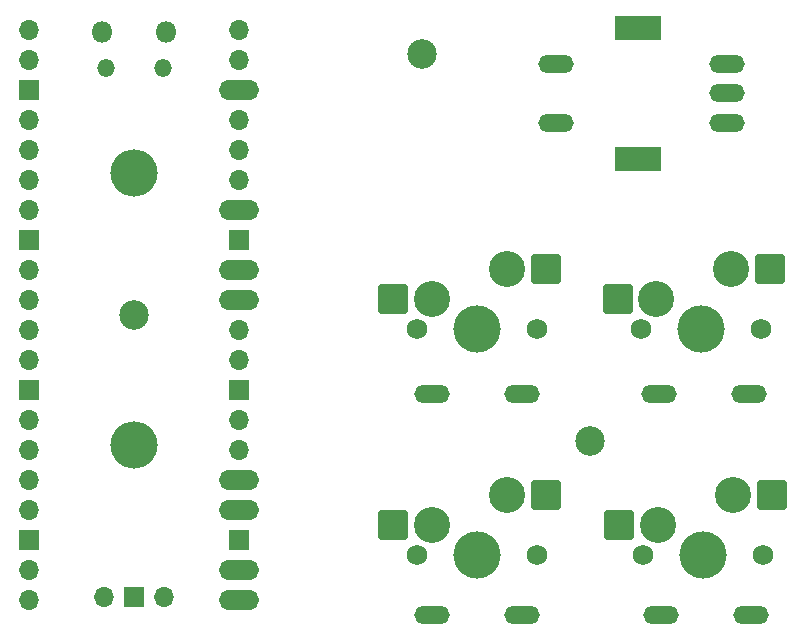
<source format=gbr>
%TF.GenerationSoftware,KiCad,Pcbnew,9.0.2*%
%TF.CreationDate,2025-11-16T09:52:10+01:00*%
%TF.ProjectId,test-stef_8_inter,74657374-2d73-4746-9566-5f385f696e74,rev?*%
%TF.SameCoordinates,Original*%
%TF.FileFunction,Soldermask,Bot*%
%TF.FilePolarity,Negative*%
%FSLAX46Y46*%
G04 Gerber Fmt 4.6, Leading zero omitted, Abs format (unit mm)*
G04 Created by KiCad (PCBNEW 9.0.2) date 2025-11-16 09:52:10*
%MOMM*%
%LPD*%
G01*
G04 APERTURE LIST*
G04 Aperture macros list*
%AMRoundRect*
0 Rectangle with rounded corners*
0 $1 Rounding radius*
0 $2 $3 $4 $5 $6 $7 $8 $9 X,Y pos of 4 corners*
0 Add a 4 corners polygon primitive as box body*
4,1,4,$2,$3,$4,$5,$6,$7,$8,$9,$2,$3,0*
0 Add four circle primitives for the rounded corners*
1,1,$1+$1,$2,$3*
1,1,$1+$1,$4,$5*
1,1,$1+$1,$6,$7*
1,1,$1+$1,$8,$9*
0 Add four rect primitives between the rounded corners*
20,1,$1+$1,$2,$3,$4,$5,0*
20,1,$1+$1,$4,$5,$6,$7,0*
20,1,$1+$1,$6,$7,$8,$9,0*
20,1,$1+$1,$8,$9,$2,$3,0*%
G04 Aperture macros list end*
%ADD10O,3.000000X1.500000*%
%ADD11R,4.000000X2.000000*%
%ADD12R,4.000000X2.100000*%
%ADD13C,2.500000*%
%ADD14C,1.750000*%
%ADD15C,3.050000*%
%ADD16C,4.000000*%
%ADD17RoundRect,0.250000X-1.025000X-1.000000X1.025000X-1.000000X1.025000X1.000000X-1.025000X1.000000X0*%
%ADD18O,1.800000X1.800000*%
%ADD19O,1.500000X1.500000*%
%ADD20O,4.000000X4.000000*%
%ADD21O,1.700000X1.700000*%
%ADD22R,1.700000X1.700000*%
%ADD23O,3.400000X1.700000*%
G04 APERTURE END LIST*
D10*
%TO.C,SW3*%
X189618000Y-80998000D03*
X189618000Y-75998000D03*
X189618000Y-78498000D03*
D11*
X182118000Y-84098000D03*
D12*
X182118000Y-72948000D03*
D10*
X175118000Y-75998000D03*
X175118000Y-80998000D03*
%TD*%
D13*
%TO.C,Fix1*%
X178054000Y-107950000D03*
%TD*%
D14*
%TO.C,SW5*%
X182507000Y-117580000D03*
D15*
X183777000Y-115040000D03*
D16*
X187587000Y-117580000D03*
D15*
X190127000Y-112500000D03*
D14*
X192667000Y-117580000D03*
D17*
X180502000Y-115040000D03*
X193429000Y-112500000D03*
%TD*%
D14*
%TO.C,SW1*%
X163380000Y-98425000D03*
D15*
X164650000Y-95885000D03*
D16*
X168460000Y-98425000D03*
D15*
X171000000Y-93345000D03*
D14*
X173540000Y-98425000D03*
D17*
X161375000Y-95885000D03*
X174302000Y-93345000D03*
%TD*%
D18*
%TO.C,U1*%
X136721000Y-73282000D03*
D19*
X137021000Y-76312000D03*
D20*
X139446000Y-85282000D03*
X139446000Y-108282000D03*
D19*
X141871000Y-76312000D03*
D18*
X142171000Y-73282000D03*
D21*
X130556000Y-73152000D03*
X130556000Y-75692000D03*
D22*
X130556000Y-78232000D03*
D21*
X130556000Y-80772000D03*
X130556000Y-83312000D03*
X130556000Y-85852000D03*
X130556000Y-88392000D03*
D22*
X130556000Y-90932000D03*
D21*
X130556000Y-93472000D03*
X130556000Y-96012000D03*
X130556000Y-98552000D03*
X130556000Y-101092000D03*
D22*
X130556000Y-103632000D03*
D21*
X130556000Y-106172000D03*
X130556000Y-108712000D03*
X130556000Y-111252000D03*
X130556000Y-113792000D03*
D22*
X130556000Y-116332000D03*
D21*
X130556000Y-118872000D03*
X130556000Y-121412000D03*
D23*
X148336000Y-121412000D03*
X148336000Y-118872000D03*
D22*
X148336000Y-116332000D03*
D23*
X148336000Y-113792000D03*
X148336000Y-111252000D03*
D21*
X148336000Y-108712000D03*
X148336000Y-106172000D03*
D22*
X148336000Y-103632000D03*
D21*
X148336000Y-101092000D03*
X148336000Y-98552000D03*
D23*
X148336000Y-96012000D03*
X148336000Y-93472000D03*
D22*
X148336000Y-90932000D03*
D23*
X148336000Y-88392000D03*
D21*
X148336000Y-85852000D03*
X148336000Y-83312000D03*
X148336000Y-80772000D03*
D23*
X148336000Y-78232000D03*
D21*
X148336000Y-75692000D03*
X148336000Y-73152000D03*
X136906000Y-121182000D03*
D22*
X139446000Y-121182000D03*
D21*
X141986000Y-121182000D03*
%TD*%
D10*
%TO.C,D5*%
X184031000Y-122660000D03*
X191651000Y-122660000D03*
%TD*%
D13*
%TO.C,Fix2*%
X139446000Y-97282000D03*
%TD*%
D10*
%TO.C,D1*%
X164650000Y-103985000D03*
X172270000Y-103985000D03*
%TD*%
D14*
%TO.C,SW2*%
X182380000Y-98425000D03*
D15*
X183650000Y-95885000D03*
D16*
X187460000Y-98425000D03*
D15*
X190000000Y-93345000D03*
D14*
X192540000Y-98425000D03*
D17*
X180375000Y-95885000D03*
X193302000Y-93345000D03*
%TD*%
D10*
%TO.C,D4*%
X164650000Y-122660000D03*
X172270000Y-122660000D03*
%TD*%
%TO.C,D2*%
X183904000Y-103985000D03*
X191524000Y-103985000D03*
%TD*%
D14*
%TO.C,SW4*%
X163380000Y-117580000D03*
D15*
X164650000Y-115040000D03*
D16*
X168460000Y-117580000D03*
D15*
X171000000Y-112500000D03*
D14*
X173540000Y-117580000D03*
D17*
X161375000Y-115040000D03*
X174302000Y-112500000D03*
%TD*%
D13*
%TO.C,Fix*%
X163830000Y-75184000D03*
%TD*%
M02*

</source>
